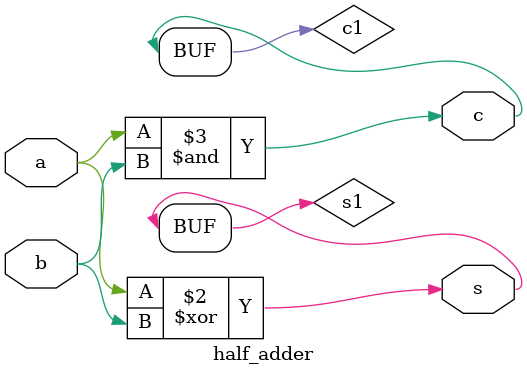
<source format=v>
module nbitadder #(parameter N=32)(input [N-1:0]a,input [N-1:0]b,output [N-1:0]s);
genvar i;
wire [N-1:0]carry;
wire [N-1:0]fsum;
generate
for(i=0;i<32;i=i+1) begin
   if(i==0)
      half_adder ins(a[0],b[0],fsum[0],carry[0]);
   else
      full_adder inst1(a[i],b[i],carry[i-1],fsum[i],carry[i]);
end
endgenerate
assign s=fsum;
endmodule

module full_adder(input a,input b,input c,output sum,output cout);
reg sum1,cout1;
always@(a or b or c) begin
sum1=a^b^c;
cout1=(a&b)|((a^b)&c);
end
assign sum=sum1;
assign cout=cout1;
endmodule

module half_adder(input a,input b,output s,output c);
reg s1,c1;
always@(a or b)begin
s1=a^b;
c1=a&b;
end
assign s=s1;
assign c=c1;
endmodule


</source>
